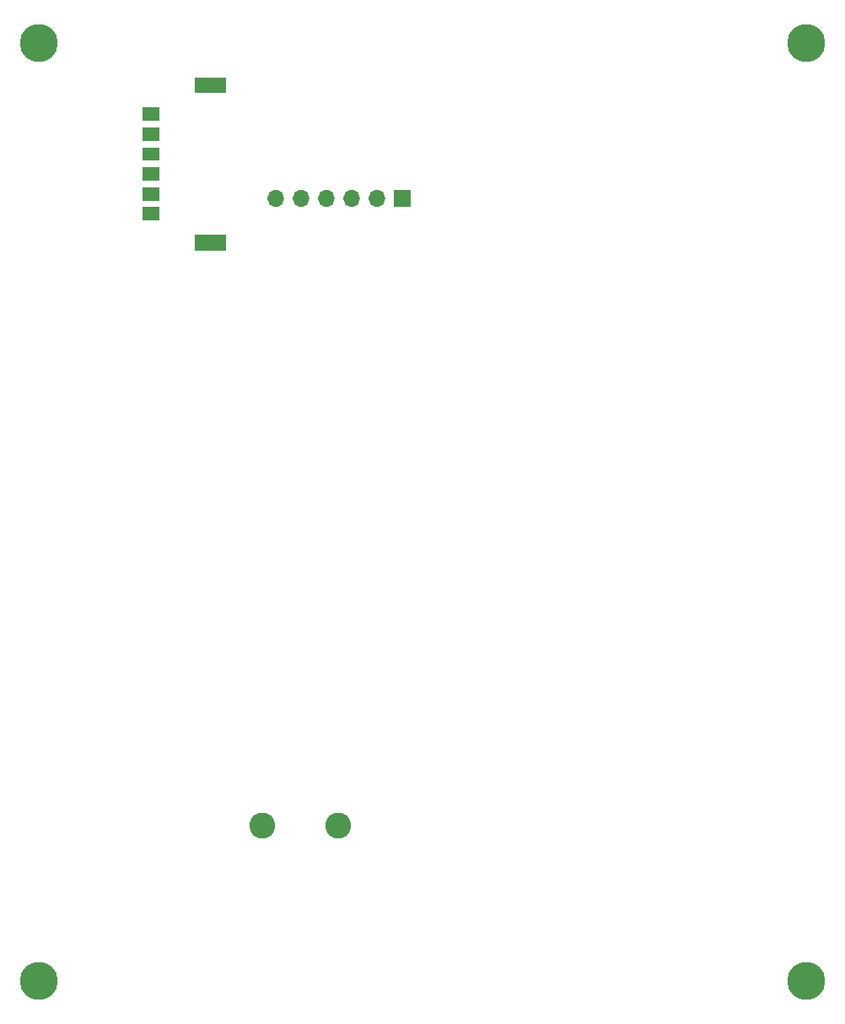
<source format=gbs>
G04 #@! TF.GenerationSoftware,KiCad,Pcbnew,(6.0.5)*
G04 #@! TF.CreationDate,2023-05-08T02:16:42-07:00*
G04 #@! TF.ProjectId,Coil_Panels_XY,436f696c-5f50-4616-9e65-6c735f58592e,rev?*
G04 #@! TF.SameCoordinates,Original*
G04 #@! TF.FileFunction,Soldermask,Bot*
G04 #@! TF.FilePolarity,Negative*
%FSLAX46Y46*%
G04 Gerber Fmt 4.6, Leading zero omitted, Abs format (unit mm)*
G04 Created by KiCad (PCBNEW (6.0.5)) date 2023-05-08 02:16:42*
%MOMM*%
%LPD*%
G01*
G04 APERTURE LIST*
%ADD10C,0.010000*%
%ADD11R,1.700000X1.700000*%
%ADD12O,1.700000X1.700000*%
%ADD13C,3.800000*%
%ADD14C,2.600000*%
G04 APERTURE END LIST*
G36*
X133771200Y-50406200D02*
G01*
X130718800Y-50406200D01*
X130718800Y-48903800D01*
X133771200Y-48903800D01*
X133771200Y-50406200D01*
G37*
D10*
X133771200Y-50406200D02*
X130718800Y-50406200D01*
X130718800Y-48903800D01*
X133771200Y-48903800D01*
X133771200Y-50406200D01*
G36*
X133771200Y-66196200D02*
G01*
X130718800Y-66196200D01*
X130718800Y-64693800D01*
X133771200Y-64693800D01*
X133771200Y-66196200D01*
G37*
X133771200Y-66196200D02*
X130718800Y-66196200D01*
X130718800Y-64693800D01*
X133771200Y-64693800D01*
X133771200Y-66196200D01*
G36*
X127071200Y-61176200D02*
G01*
X125468800Y-61176200D01*
X125468800Y-59923800D01*
X127071200Y-59923800D01*
X127071200Y-61176200D01*
G37*
X127071200Y-61176200D02*
X125468800Y-61176200D01*
X125468800Y-59923800D01*
X127071200Y-59923800D01*
X127071200Y-61176200D01*
G36*
X127071200Y-55176200D02*
G01*
X125468800Y-55176200D01*
X125468800Y-53923800D01*
X127071200Y-53923800D01*
X127071200Y-55176200D01*
G37*
X127071200Y-55176200D02*
X125468800Y-55176200D01*
X125468800Y-53923800D01*
X127071200Y-53923800D01*
X127071200Y-55176200D01*
G36*
X127071200Y-63176200D02*
G01*
X125468800Y-63176200D01*
X125468800Y-61923800D01*
X127071200Y-61923800D01*
X127071200Y-63176200D01*
G37*
X127071200Y-63176200D02*
X125468800Y-63176200D01*
X125468800Y-61923800D01*
X127071200Y-61923800D01*
X127071200Y-63176200D01*
G36*
X127071200Y-57176200D02*
G01*
X125468800Y-57176200D01*
X125468800Y-55923800D01*
X127071200Y-55923800D01*
X127071200Y-57176200D01*
G37*
X127071200Y-57176200D02*
X125468800Y-57176200D01*
X125468800Y-55923800D01*
X127071200Y-55923800D01*
X127071200Y-57176200D01*
G36*
X127071200Y-59176200D02*
G01*
X125468800Y-59176200D01*
X125468800Y-57923800D01*
X127071200Y-57923800D01*
X127071200Y-59176200D01*
G37*
X127071200Y-59176200D02*
X125468800Y-59176200D01*
X125468800Y-57923800D01*
X127071200Y-57923800D01*
X127071200Y-59176200D01*
G36*
X127071200Y-53176200D02*
G01*
X125468800Y-53176200D01*
X125468800Y-51923800D01*
X127071200Y-51923800D01*
X127071200Y-53176200D01*
G37*
X127071200Y-53176200D02*
X125468800Y-53176200D01*
X125468800Y-51923800D01*
X127071200Y-51923800D01*
X127071200Y-53176200D01*
D11*
X151546000Y-60997997D03*
D12*
X149006000Y-60997997D03*
X146466000Y-60997997D03*
X143926000Y-60997997D03*
X141386000Y-60997997D03*
X138846000Y-60997997D03*
D13*
X192046000Y-139497997D03*
D14*
X192046000Y-139497997D03*
X137492000Y-123944000D03*
X145112000Y-123944000D03*
D13*
X192046000Y-45497997D03*
D14*
X192046000Y-45497997D03*
D13*
X115046000Y-45497997D03*
D14*
X115046000Y-45497997D03*
X115046000Y-139497997D03*
D13*
X115046000Y-139497997D03*
M02*

</source>
